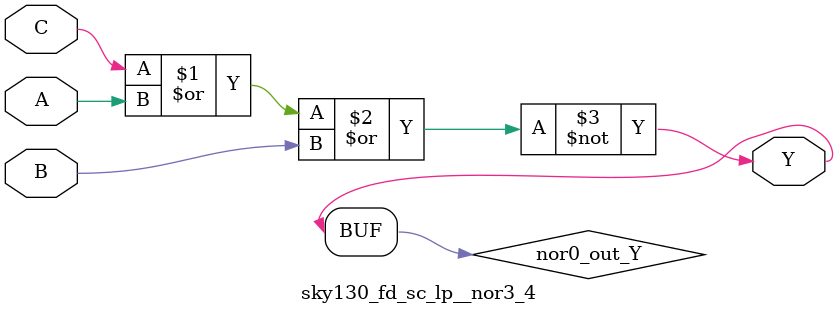
<source format=v>
/*
 * Copyright 2020 The SkyWater PDK Authors
 *
 * Licensed under the Apache License, Version 2.0 (the "License");
 * you may not use this file except in compliance with the License.
 * You may obtain a copy of the License at
 *
 *     https://www.apache.org/licenses/LICENSE-2.0
 *
 * Unless required by applicable law or agreed to in writing, software
 * distributed under the License is distributed on an "AS IS" BASIS,
 * WITHOUT WARRANTIES OR CONDITIONS OF ANY KIND, either express or implied.
 * See the License for the specific language governing permissions and
 * limitations under the License.
 *
 * SPDX-License-Identifier: Apache-2.0
*/


`ifndef SKY130_FD_SC_LP__NOR3_4_FUNCTIONAL_V
`define SKY130_FD_SC_LP__NOR3_4_FUNCTIONAL_V

/**
 * nor3: 3-input NOR.
 *
 *       Y = !(A | B | C | !D)
 *
 * Verilog simulation functional model.
 */

`timescale 1ns / 1ps
`default_nettype none

`celldefine
module sky130_fd_sc_lp__nor3_4 (
    Y,
    A,
    B,
    C
);

    // Module ports
    output Y;
    input  A;
    input  B;
    input  C;

    // Local signals
    wire nor0_out_Y;

    //  Name  Output      Other arguments
    nor nor0 (nor0_out_Y, C, A, B        );
    buf buf0 (Y         , nor0_out_Y     );

endmodule
`endcelldefine

`default_nettype wire
`endif  // SKY130_FD_SC_LP__NOR3_4_FUNCTIONAL_V

</source>
